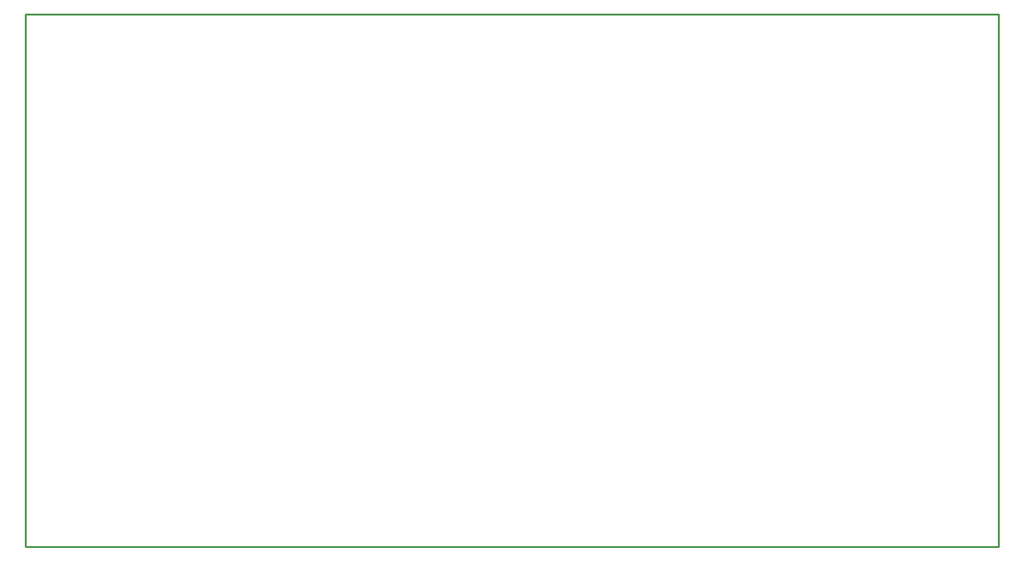
<source format=gko>
%FSAX43Y43*%
%MOMM*%
G71*
G01*
G75*
G04 Layer_Color=16711935*
%ADD10R,0.800X0.900*%
%ADD11R,0.900X0.800*%
%ADD12R,0.300X1.200*%
%ADD13R,1.200X0.300*%
%ADD14O,0.300X1.800*%
%ADD15O,1.800X0.300*%
%ADD16R,0.508X1.500*%
%ADD17R,2.200X2.200*%
%ADD18R,2.300X2.300*%
%ADD19R,1.200X1.400*%
%ADD20R,3.048X3.683*%
%ADD21R,2.540X1.016*%
%ADD22O,0.600X2.200*%
%ADD23R,2.032X0.635*%
%ADD24R,0.350X0.800*%
%ADD25R,2.300X2.300*%
%ADD26R,2.200X0.450*%
%ADD27R,2.400X3.100*%
%ADD28R,1.300X1.000*%
%ADD29C,0.254*%
%ADD30C,0.381*%
%ADD31C,0.635*%
%ADD32C,0.508*%
%ADD33C,0.330*%
%ADD34C,0.762*%
%ADD35R,9.779X2.159*%
%ADD36R,3.048X6.858*%
%ADD37R,0.762X0.635*%
%ADD38R,1.778X2.794*%
%ADD39R,1.397X1.778*%
%ADD40R,1.016X2.286*%
%ADD41R,1.778X2.819*%
%ADD42R,32.258X2.032*%
%ADD43R,0.889X2.286*%
%ADD44R,2.540X8.636*%
%ADD45R,7.620X4.191*%
%ADD46R,3.048X10.414*%
%ADD47R,6.350X3.048*%
%ADD48R,2.286X7.112*%
%ADD49R,3.302X3.048*%
%ADD50R,7.366X1.016*%
%ADD51R,3.429X4.445*%
%ADD52R,4.191X2.032*%
%ADD53R,2.159X11.049*%
%ADD54R,3.556X3.556*%
%ADD55R,2.286X2.286*%
%ADD56R,2.413X2.286*%
%ADD57R,1.270X1.270*%
%ADD58R,2.159X2.159*%
%ADD59C,0.508*%
%ADD60C,0.762*%
%ADD61C,4.000*%
%ADD62R,1.500X1.500*%
%ADD63C,1.500*%
%ADD64C,1.524*%
%ADD65C,1.778*%
%ADD66C,1.270*%
%ADD67C,2.032*%
%ADD68R,1.524X1.524*%
%ADD69C,3.556*%
%ADD70C,1.600*%
%ADD71C,1.690*%
%ADD72R,1.690X1.690*%
%ADD73C,4.760*%
%ADD74C,3.810*%
%ADD75C,3.000*%
%ADD76R,1.500X1.500*%
%ADD77C,1.016*%
%ADD78R,1.600X0.400*%
%ADD79R,2.794X2.540*%
%ADD80R,1.000X1.800*%
%ADD81R,1.000X1.300*%
%ADD82R,9.525X2.159*%
%ADD83R,3.683X3.937*%
%ADD84R,2.286X2.540*%
%ADD85R,2.286X2.159*%
%ADD86C,0.250*%
%ADD87C,0.127*%
%ADD88C,0.200*%
%ADD89C,0.600*%
%ADD90C,0.100*%
%ADD91C,0.152*%
%ADD92C,0.150*%
%ADD93R,1.003X1.103*%
%ADD94R,1.103X1.003*%
%ADD95R,0.503X1.403*%
%ADD96R,1.403X0.503*%
%ADD97O,0.503X2.003*%
%ADD98O,2.003X0.503*%
%ADD99R,0.711X1.703*%
%ADD100R,2.503X2.503*%
%ADD101R,1.403X1.603*%
%ADD102R,3.251X3.886*%
%ADD103R,2.743X1.219*%
%ADD104O,0.803X2.403*%
%ADD105R,2.235X0.838*%
%ADD106R,0.553X1.003*%
%ADD107R,2.503X2.503*%
%ADD108R,2.403X0.653*%
%ADD109R,2.603X3.303*%
%ADD110R,1.503X1.203*%
%ADD111C,0.711*%
%ADD112C,0.965*%
%ADD113C,4.203*%
%ADD114R,1.703X1.703*%
%ADD115C,1.703*%
%ADD116C,1.727*%
%ADD117C,1.981*%
%ADD118C,1.473*%
%ADD119C,2.235*%
%ADD120C,0.203*%
%ADD121R,1.727X1.727*%
%ADD122C,3.759*%
%ADD123C,1.803*%
%ADD124C,1.893*%
%ADD125R,1.893X1.893*%
%ADD126C,4.963*%
%ADD127C,4.013*%
%ADD128C,3.203*%
%ADD129R,1.703X1.703*%
%ADD130C,1.219*%
%ADD131R,1.803X0.603*%
%ADD132R,2.997X2.743*%
%ADD133R,1.203X2.003*%
%ADD134R,1.203X1.503*%
%ADD135C,0.025*%
D29*
X0029083Y0042545D02*
Y0115189D01*
X0161798D01*
X0029083Y0042545D02*
X0161798D01*
Y0115189D01*
M02*

</source>
